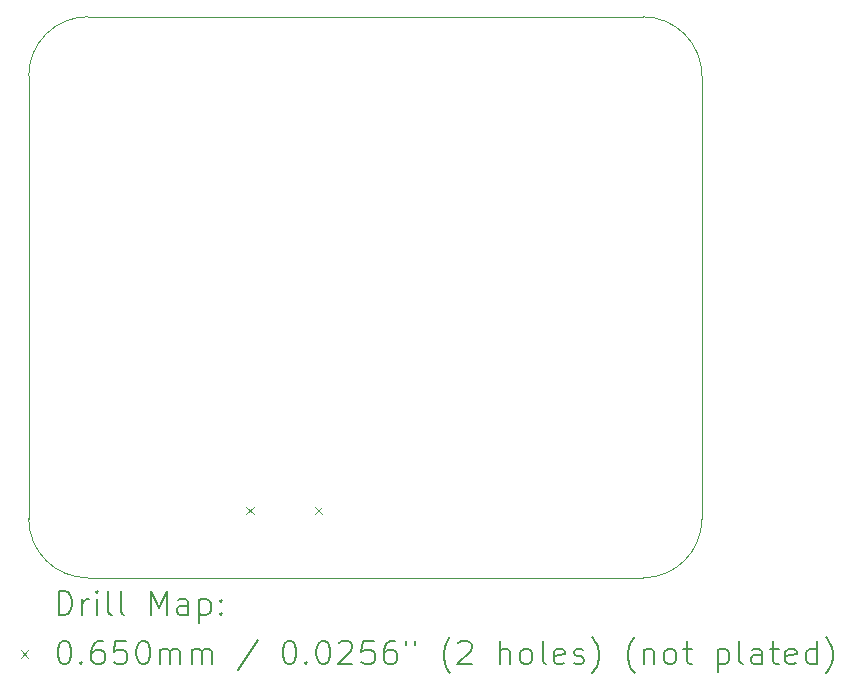
<source format=gbr>
%FSLAX45Y45*%
G04 Gerber Fmt 4.5, Leading zero omitted, Abs format (unit mm)*
G04 Created by KiCad (PCBNEW 6.0.2+dfsg-1) date 2023-01-06 20:52:03*
%MOMM*%
%LPD*%
G01*
G04 APERTURE LIST*
%TA.AperFunction,Profile*%
%ADD10C,0.050000*%
%TD*%
%ADD11C,0.200000*%
%ADD12C,0.065000*%
G04 APERTURE END LIST*
D10*
X7000000Y-5500000D02*
G75*
G03*
X6500000Y-6000000I0J-500000D01*
G01*
X6500000Y-9750000D02*
X6500000Y-6000000D01*
X12200000Y-6000000D02*
X12200000Y-9750000D01*
X6500000Y-9750000D02*
G75*
G03*
X7000000Y-10250000I500000J0D01*
G01*
X12200000Y-6000000D02*
G75*
G03*
X11700000Y-5500000I-500000J0D01*
G01*
X11700000Y-5500000D02*
X7000000Y-5500000D01*
X11700000Y-10250000D02*
X7000000Y-10250000D01*
X11700000Y-10250000D02*
G75*
G03*
X12200000Y-9750000I0J500000D01*
G01*
D11*
D12*
X8343500Y-9647000D02*
X8408500Y-9712000D01*
X8408500Y-9647000D02*
X8343500Y-9712000D01*
X8921500Y-9647000D02*
X8986500Y-9712000D01*
X8986500Y-9647000D02*
X8921500Y-9712000D01*
D11*
X6755119Y-10562976D02*
X6755119Y-10362976D01*
X6802738Y-10362976D01*
X6831309Y-10372500D01*
X6850357Y-10391548D01*
X6859881Y-10410595D01*
X6869405Y-10448690D01*
X6869405Y-10477262D01*
X6859881Y-10515357D01*
X6850357Y-10534405D01*
X6831309Y-10553452D01*
X6802738Y-10562976D01*
X6755119Y-10562976D01*
X6955119Y-10562976D02*
X6955119Y-10429643D01*
X6955119Y-10467738D02*
X6964643Y-10448690D01*
X6974167Y-10439167D01*
X6993214Y-10429643D01*
X7012262Y-10429643D01*
X7078928Y-10562976D02*
X7078928Y-10429643D01*
X7078928Y-10362976D02*
X7069405Y-10372500D01*
X7078928Y-10382024D01*
X7088452Y-10372500D01*
X7078928Y-10362976D01*
X7078928Y-10382024D01*
X7202738Y-10562976D02*
X7183690Y-10553452D01*
X7174167Y-10534405D01*
X7174167Y-10362976D01*
X7307500Y-10562976D02*
X7288452Y-10553452D01*
X7278928Y-10534405D01*
X7278928Y-10362976D01*
X7536071Y-10562976D02*
X7536071Y-10362976D01*
X7602738Y-10505833D01*
X7669405Y-10362976D01*
X7669405Y-10562976D01*
X7850357Y-10562976D02*
X7850357Y-10458214D01*
X7840833Y-10439167D01*
X7821786Y-10429643D01*
X7783690Y-10429643D01*
X7764643Y-10439167D01*
X7850357Y-10553452D02*
X7831309Y-10562976D01*
X7783690Y-10562976D01*
X7764643Y-10553452D01*
X7755119Y-10534405D01*
X7755119Y-10515357D01*
X7764643Y-10496310D01*
X7783690Y-10486786D01*
X7831309Y-10486786D01*
X7850357Y-10477262D01*
X7945595Y-10429643D02*
X7945595Y-10629643D01*
X7945595Y-10439167D02*
X7964643Y-10429643D01*
X8002738Y-10429643D01*
X8021786Y-10439167D01*
X8031309Y-10448690D01*
X8040833Y-10467738D01*
X8040833Y-10524881D01*
X8031309Y-10543929D01*
X8021786Y-10553452D01*
X8002738Y-10562976D01*
X7964643Y-10562976D01*
X7945595Y-10553452D01*
X8126548Y-10543929D02*
X8136071Y-10553452D01*
X8126548Y-10562976D01*
X8117024Y-10553452D01*
X8126548Y-10543929D01*
X8126548Y-10562976D01*
X8126548Y-10439167D02*
X8136071Y-10448690D01*
X8126548Y-10458214D01*
X8117024Y-10448690D01*
X8126548Y-10439167D01*
X8126548Y-10458214D01*
D12*
X6432500Y-10860000D02*
X6497500Y-10925000D01*
X6497500Y-10860000D02*
X6432500Y-10925000D01*
D11*
X6793214Y-10782976D02*
X6812262Y-10782976D01*
X6831309Y-10792500D01*
X6840833Y-10802024D01*
X6850357Y-10821071D01*
X6859881Y-10859167D01*
X6859881Y-10906786D01*
X6850357Y-10944881D01*
X6840833Y-10963929D01*
X6831309Y-10973452D01*
X6812262Y-10982976D01*
X6793214Y-10982976D01*
X6774167Y-10973452D01*
X6764643Y-10963929D01*
X6755119Y-10944881D01*
X6745595Y-10906786D01*
X6745595Y-10859167D01*
X6755119Y-10821071D01*
X6764643Y-10802024D01*
X6774167Y-10792500D01*
X6793214Y-10782976D01*
X6945595Y-10963929D02*
X6955119Y-10973452D01*
X6945595Y-10982976D01*
X6936071Y-10973452D01*
X6945595Y-10963929D01*
X6945595Y-10982976D01*
X7126548Y-10782976D02*
X7088452Y-10782976D01*
X7069405Y-10792500D01*
X7059881Y-10802024D01*
X7040833Y-10830595D01*
X7031309Y-10868690D01*
X7031309Y-10944881D01*
X7040833Y-10963929D01*
X7050357Y-10973452D01*
X7069405Y-10982976D01*
X7107500Y-10982976D01*
X7126548Y-10973452D01*
X7136071Y-10963929D01*
X7145595Y-10944881D01*
X7145595Y-10897262D01*
X7136071Y-10878214D01*
X7126548Y-10868690D01*
X7107500Y-10859167D01*
X7069405Y-10859167D01*
X7050357Y-10868690D01*
X7040833Y-10878214D01*
X7031309Y-10897262D01*
X7326548Y-10782976D02*
X7231309Y-10782976D01*
X7221786Y-10878214D01*
X7231309Y-10868690D01*
X7250357Y-10859167D01*
X7297976Y-10859167D01*
X7317024Y-10868690D01*
X7326548Y-10878214D01*
X7336071Y-10897262D01*
X7336071Y-10944881D01*
X7326548Y-10963929D01*
X7317024Y-10973452D01*
X7297976Y-10982976D01*
X7250357Y-10982976D01*
X7231309Y-10973452D01*
X7221786Y-10963929D01*
X7459881Y-10782976D02*
X7478928Y-10782976D01*
X7497976Y-10792500D01*
X7507500Y-10802024D01*
X7517024Y-10821071D01*
X7526548Y-10859167D01*
X7526548Y-10906786D01*
X7517024Y-10944881D01*
X7507500Y-10963929D01*
X7497976Y-10973452D01*
X7478928Y-10982976D01*
X7459881Y-10982976D01*
X7440833Y-10973452D01*
X7431309Y-10963929D01*
X7421786Y-10944881D01*
X7412262Y-10906786D01*
X7412262Y-10859167D01*
X7421786Y-10821071D01*
X7431309Y-10802024D01*
X7440833Y-10792500D01*
X7459881Y-10782976D01*
X7612262Y-10982976D02*
X7612262Y-10849643D01*
X7612262Y-10868690D02*
X7621786Y-10859167D01*
X7640833Y-10849643D01*
X7669405Y-10849643D01*
X7688452Y-10859167D01*
X7697976Y-10878214D01*
X7697976Y-10982976D01*
X7697976Y-10878214D02*
X7707500Y-10859167D01*
X7726548Y-10849643D01*
X7755119Y-10849643D01*
X7774167Y-10859167D01*
X7783690Y-10878214D01*
X7783690Y-10982976D01*
X7878928Y-10982976D02*
X7878928Y-10849643D01*
X7878928Y-10868690D02*
X7888452Y-10859167D01*
X7907500Y-10849643D01*
X7936071Y-10849643D01*
X7955119Y-10859167D01*
X7964643Y-10878214D01*
X7964643Y-10982976D01*
X7964643Y-10878214D02*
X7974167Y-10859167D01*
X7993214Y-10849643D01*
X8021786Y-10849643D01*
X8040833Y-10859167D01*
X8050357Y-10878214D01*
X8050357Y-10982976D01*
X8440833Y-10773452D02*
X8269405Y-11030595D01*
X8697976Y-10782976D02*
X8717024Y-10782976D01*
X8736071Y-10792500D01*
X8745595Y-10802024D01*
X8755119Y-10821071D01*
X8764643Y-10859167D01*
X8764643Y-10906786D01*
X8755119Y-10944881D01*
X8745595Y-10963929D01*
X8736071Y-10973452D01*
X8717024Y-10982976D01*
X8697976Y-10982976D01*
X8678929Y-10973452D01*
X8669405Y-10963929D01*
X8659881Y-10944881D01*
X8650357Y-10906786D01*
X8650357Y-10859167D01*
X8659881Y-10821071D01*
X8669405Y-10802024D01*
X8678929Y-10792500D01*
X8697976Y-10782976D01*
X8850357Y-10963929D02*
X8859881Y-10973452D01*
X8850357Y-10982976D01*
X8840833Y-10973452D01*
X8850357Y-10963929D01*
X8850357Y-10982976D01*
X8983690Y-10782976D02*
X9002738Y-10782976D01*
X9021786Y-10792500D01*
X9031310Y-10802024D01*
X9040833Y-10821071D01*
X9050357Y-10859167D01*
X9050357Y-10906786D01*
X9040833Y-10944881D01*
X9031310Y-10963929D01*
X9021786Y-10973452D01*
X9002738Y-10982976D01*
X8983690Y-10982976D01*
X8964643Y-10973452D01*
X8955119Y-10963929D01*
X8945595Y-10944881D01*
X8936071Y-10906786D01*
X8936071Y-10859167D01*
X8945595Y-10821071D01*
X8955119Y-10802024D01*
X8964643Y-10792500D01*
X8983690Y-10782976D01*
X9126548Y-10802024D02*
X9136071Y-10792500D01*
X9155119Y-10782976D01*
X9202738Y-10782976D01*
X9221786Y-10792500D01*
X9231310Y-10802024D01*
X9240833Y-10821071D01*
X9240833Y-10840119D01*
X9231310Y-10868690D01*
X9117024Y-10982976D01*
X9240833Y-10982976D01*
X9421786Y-10782976D02*
X9326548Y-10782976D01*
X9317024Y-10878214D01*
X9326548Y-10868690D01*
X9345595Y-10859167D01*
X9393214Y-10859167D01*
X9412262Y-10868690D01*
X9421786Y-10878214D01*
X9431310Y-10897262D01*
X9431310Y-10944881D01*
X9421786Y-10963929D01*
X9412262Y-10973452D01*
X9393214Y-10982976D01*
X9345595Y-10982976D01*
X9326548Y-10973452D01*
X9317024Y-10963929D01*
X9602738Y-10782976D02*
X9564643Y-10782976D01*
X9545595Y-10792500D01*
X9536071Y-10802024D01*
X9517024Y-10830595D01*
X9507500Y-10868690D01*
X9507500Y-10944881D01*
X9517024Y-10963929D01*
X9526548Y-10973452D01*
X9545595Y-10982976D01*
X9583690Y-10982976D01*
X9602738Y-10973452D01*
X9612262Y-10963929D01*
X9621786Y-10944881D01*
X9621786Y-10897262D01*
X9612262Y-10878214D01*
X9602738Y-10868690D01*
X9583690Y-10859167D01*
X9545595Y-10859167D01*
X9526548Y-10868690D01*
X9517024Y-10878214D01*
X9507500Y-10897262D01*
X9697976Y-10782976D02*
X9697976Y-10821071D01*
X9774167Y-10782976D02*
X9774167Y-10821071D01*
X10069405Y-11059167D02*
X10059881Y-11049643D01*
X10040833Y-11021071D01*
X10031310Y-11002024D01*
X10021786Y-10973452D01*
X10012262Y-10925833D01*
X10012262Y-10887738D01*
X10021786Y-10840119D01*
X10031310Y-10811548D01*
X10040833Y-10792500D01*
X10059881Y-10763929D01*
X10069405Y-10754405D01*
X10136071Y-10802024D02*
X10145595Y-10792500D01*
X10164643Y-10782976D01*
X10212262Y-10782976D01*
X10231310Y-10792500D01*
X10240833Y-10802024D01*
X10250357Y-10821071D01*
X10250357Y-10840119D01*
X10240833Y-10868690D01*
X10126548Y-10982976D01*
X10250357Y-10982976D01*
X10488452Y-10982976D02*
X10488452Y-10782976D01*
X10574167Y-10982976D02*
X10574167Y-10878214D01*
X10564643Y-10859167D01*
X10545595Y-10849643D01*
X10517024Y-10849643D01*
X10497976Y-10859167D01*
X10488452Y-10868690D01*
X10697976Y-10982976D02*
X10678929Y-10973452D01*
X10669405Y-10963929D01*
X10659881Y-10944881D01*
X10659881Y-10887738D01*
X10669405Y-10868690D01*
X10678929Y-10859167D01*
X10697976Y-10849643D01*
X10726548Y-10849643D01*
X10745595Y-10859167D01*
X10755119Y-10868690D01*
X10764643Y-10887738D01*
X10764643Y-10944881D01*
X10755119Y-10963929D01*
X10745595Y-10973452D01*
X10726548Y-10982976D01*
X10697976Y-10982976D01*
X10878929Y-10982976D02*
X10859881Y-10973452D01*
X10850357Y-10954405D01*
X10850357Y-10782976D01*
X11031310Y-10973452D02*
X11012262Y-10982976D01*
X10974167Y-10982976D01*
X10955119Y-10973452D01*
X10945595Y-10954405D01*
X10945595Y-10878214D01*
X10955119Y-10859167D01*
X10974167Y-10849643D01*
X11012262Y-10849643D01*
X11031310Y-10859167D01*
X11040833Y-10878214D01*
X11040833Y-10897262D01*
X10945595Y-10916310D01*
X11117024Y-10973452D02*
X11136071Y-10982976D01*
X11174167Y-10982976D01*
X11193214Y-10973452D01*
X11202738Y-10954405D01*
X11202738Y-10944881D01*
X11193214Y-10925833D01*
X11174167Y-10916310D01*
X11145595Y-10916310D01*
X11126548Y-10906786D01*
X11117024Y-10887738D01*
X11117024Y-10878214D01*
X11126548Y-10859167D01*
X11145595Y-10849643D01*
X11174167Y-10849643D01*
X11193214Y-10859167D01*
X11269405Y-11059167D02*
X11278928Y-11049643D01*
X11297976Y-11021071D01*
X11307500Y-11002024D01*
X11317024Y-10973452D01*
X11326548Y-10925833D01*
X11326548Y-10887738D01*
X11317024Y-10840119D01*
X11307500Y-10811548D01*
X11297976Y-10792500D01*
X11278928Y-10763929D01*
X11269405Y-10754405D01*
X11631309Y-11059167D02*
X11621786Y-11049643D01*
X11602738Y-11021071D01*
X11593214Y-11002024D01*
X11583690Y-10973452D01*
X11574167Y-10925833D01*
X11574167Y-10887738D01*
X11583690Y-10840119D01*
X11593214Y-10811548D01*
X11602738Y-10792500D01*
X11621786Y-10763929D01*
X11631309Y-10754405D01*
X11707500Y-10849643D02*
X11707500Y-10982976D01*
X11707500Y-10868690D02*
X11717024Y-10859167D01*
X11736071Y-10849643D01*
X11764643Y-10849643D01*
X11783690Y-10859167D01*
X11793214Y-10878214D01*
X11793214Y-10982976D01*
X11917024Y-10982976D02*
X11897976Y-10973452D01*
X11888452Y-10963929D01*
X11878928Y-10944881D01*
X11878928Y-10887738D01*
X11888452Y-10868690D01*
X11897976Y-10859167D01*
X11917024Y-10849643D01*
X11945595Y-10849643D01*
X11964643Y-10859167D01*
X11974167Y-10868690D01*
X11983690Y-10887738D01*
X11983690Y-10944881D01*
X11974167Y-10963929D01*
X11964643Y-10973452D01*
X11945595Y-10982976D01*
X11917024Y-10982976D01*
X12040833Y-10849643D02*
X12117024Y-10849643D01*
X12069405Y-10782976D02*
X12069405Y-10954405D01*
X12078928Y-10973452D01*
X12097976Y-10982976D01*
X12117024Y-10982976D01*
X12336071Y-10849643D02*
X12336071Y-11049643D01*
X12336071Y-10859167D02*
X12355119Y-10849643D01*
X12393214Y-10849643D01*
X12412262Y-10859167D01*
X12421786Y-10868690D01*
X12431309Y-10887738D01*
X12431309Y-10944881D01*
X12421786Y-10963929D01*
X12412262Y-10973452D01*
X12393214Y-10982976D01*
X12355119Y-10982976D01*
X12336071Y-10973452D01*
X12545595Y-10982976D02*
X12526548Y-10973452D01*
X12517024Y-10954405D01*
X12517024Y-10782976D01*
X12707500Y-10982976D02*
X12707500Y-10878214D01*
X12697976Y-10859167D01*
X12678928Y-10849643D01*
X12640833Y-10849643D01*
X12621786Y-10859167D01*
X12707500Y-10973452D02*
X12688452Y-10982976D01*
X12640833Y-10982976D01*
X12621786Y-10973452D01*
X12612262Y-10954405D01*
X12612262Y-10935357D01*
X12621786Y-10916310D01*
X12640833Y-10906786D01*
X12688452Y-10906786D01*
X12707500Y-10897262D01*
X12774167Y-10849643D02*
X12850357Y-10849643D01*
X12802738Y-10782976D02*
X12802738Y-10954405D01*
X12812262Y-10973452D01*
X12831309Y-10982976D01*
X12850357Y-10982976D01*
X12993214Y-10973452D02*
X12974167Y-10982976D01*
X12936071Y-10982976D01*
X12917024Y-10973452D01*
X12907500Y-10954405D01*
X12907500Y-10878214D01*
X12917024Y-10859167D01*
X12936071Y-10849643D01*
X12974167Y-10849643D01*
X12993214Y-10859167D01*
X13002738Y-10878214D01*
X13002738Y-10897262D01*
X12907500Y-10916310D01*
X13174167Y-10982976D02*
X13174167Y-10782976D01*
X13174167Y-10973452D02*
X13155119Y-10982976D01*
X13117024Y-10982976D01*
X13097976Y-10973452D01*
X13088452Y-10963929D01*
X13078928Y-10944881D01*
X13078928Y-10887738D01*
X13088452Y-10868690D01*
X13097976Y-10859167D01*
X13117024Y-10849643D01*
X13155119Y-10849643D01*
X13174167Y-10859167D01*
X13250357Y-11059167D02*
X13259881Y-11049643D01*
X13278928Y-11021071D01*
X13288452Y-11002024D01*
X13297976Y-10973452D01*
X13307500Y-10925833D01*
X13307500Y-10887738D01*
X13297976Y-10840119D01*
X13288452Y-10811548D01*
X13278928Y-10792500D01*
X13259881Y-10763929D01*
X13250357Y-10754405D01*
M02*

</source>
